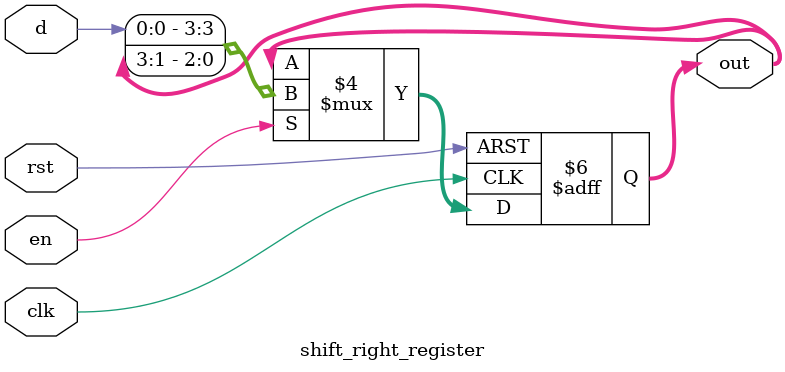
<source format=sv>
`timescale 1ns/1ps
module shift_right_register #(parameter MSB = 4)
  							(
  								input logic clk,
  								input logic rst,
  								input logic d,
  								input logic en,
                  						output logic [MSB-1:0] out
					  		);	
  
always @ (posedge clk or posedge rst) begin
    if (rst)
      		out <= 4'b1011;
  	else begin
              if (~en)
        	            out <= out;
              else
		      // for left shifting : out <= {out[MSB-2:0],d}
		      out <= {d,out[MSB-1:1]};
    end
end
  
endmodule

</source>
